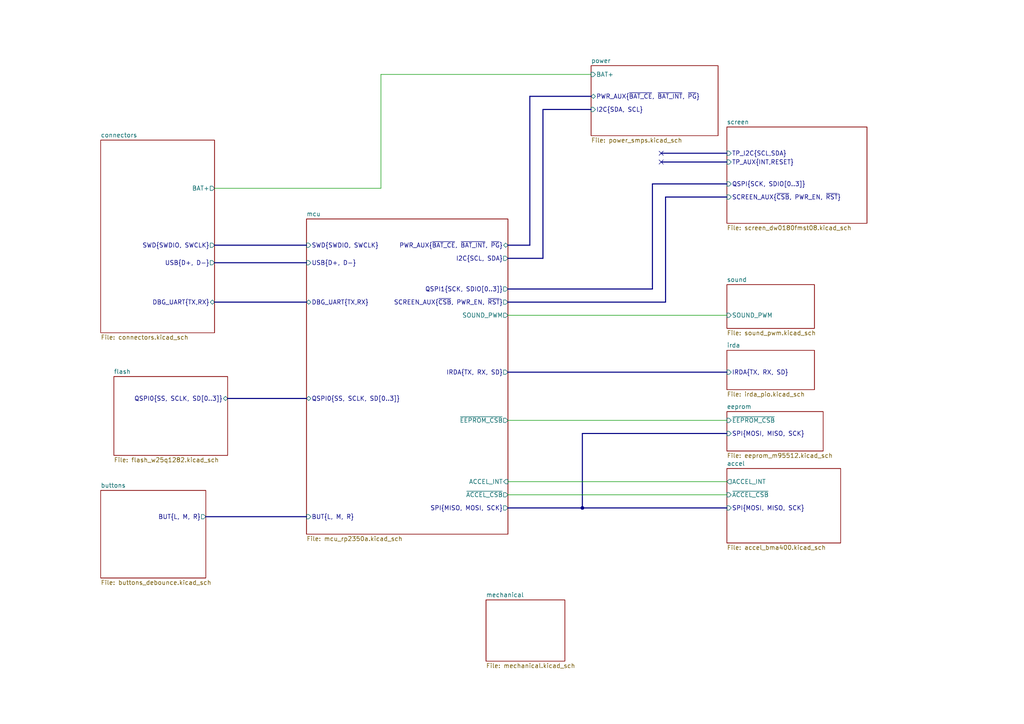
<source format=kicad_sch>
(kicad_sch
	(version 20250114)
	(generator "eeschema")
	(generator_version "9.0")
	(uuid "5cbb45d4-7f83-48dd-a53b-5c75c7d1d827")
	(paper "A4")
	(lib_symbols)
	(junction
		(at 168.91 147.32)
		(diameter 0)
		(color 0 0 0 0)
		(uuid "982476f2-6ce2-42a5-a2dd-6bc91a6943ae")
	)
	(no_connect
		(at 191.77 46.99)
		(uuid "376df94f-d3d7-4af8-8bd9-e66c03ae3c71")
	)
	(no_connect
		(at 191.77 44.45)
		(uuid "e7e50789-f55a-4ff6-a973-cf530371ff59")
	)
	(bus
		(pts
			(xy 157.48 31.75) (xy 171.45 31.75)
		)
		(stroke
			(width 0)
			(type default)
		)
		(uuid "09280a48-080a-466c-90c6-b4ed091ad38a")
	)
	(bus
		(pts
			(xy 191.77 46.99) (xy 210.82 46.99)
		)
		(stroke
			(width 0)
			(type default)
		)
		(uuid "0cf6bf2a-02d4-489a-8262-64215bde6390")
	)
	(wire
		(pts
			(xy 147.32 139.7) (xy 210.82 139.7)
		)
		(stroke
			(width 0)
			(type default)
		)
		(uuid "0db2b381-5670-4114-a6eb-c1955db3d31f")
	)
	(bus
		(pts
			(xy 168.91 147.32) (xy 210.82 147.32)
		)
		(stroke
			(width 0)
			(type default)
		)
		(uuid "0fb29f1b-e531-4b44-9a1b-e9c1164888e8")
	)
	(bus
		(pts
			(xy 147.32 87.63) (xy 193.04 87.63)
		)
		(stroke
			(width 0)
			(type default)
		)
		(uuid "15a679f1-a15c-4d36-b15c-e2a7957d8e21")
	)
	(wire
		(pts
			(xy 110.49 54.61) (xy 62.23 54.61)
		)
		(stroke
			(width 0)
			(type default)
		)
		(uuid "17fbecf5-d17d-4095-8d36-aed1f3d57179")
	)
	(wire
		(pts
			(xy 110.49 21.59) (xy 171.45 21.59)
		)
		(stroke
			(width 0)
			(type default)
		)
		(uuid "2bb0a332-65a3-4429-893e-156ea4392dfe")
	)
	(wire
		(pts
			(xy 147.32 91.44) (xy 210.82 91.44)
		)
		(stroke
			(width 0)
			(type default)
		)
		(uuid "2c94d991-0749-4207-8a35-b69ce952fe6e")
	)
	(bus
		(pts
			(xy 62.23 76.2) (xy 88.9 76.2)
		)
		(stroke
			(width 0)
			(type default)
		)
		(uuid "34433077-9588-43ba-821f-dca39dc532ea")
	)
	(bus
		(pts
			(xy 59.69 149.86) (xy 88.9 149.86)
		)
		(stroke
			(width 0)
			(type default)
		)
		(uuid "346f740b-4818-45c7-bee4-7ec6c92e56e6")
	)
	(wire
		(pts
			(xy 147.32 121.92) (xy 210.82 121.92)
		)
		(stroke
			(width 0)
			(type default)
		)
		(uuid "3912ffbe-28c1-4243-8ec8-ba989a5a11c9")
	)
	(bus
		(pts
			(xy 147.32 71.12) (xy 153.67 71.12)
		)
		(stroke
			(width 0)
			(type default)
		)
		(uuid "41c36ba1-067d-4a73-9267-ba6c39cf938e")
	)
	(bus
		(pts
			(xy 153.67 71.12) (xy 153.67 27.94)
		)
		(stroke
			(width 0)
			(type default)
		)
		(uuid "63b920e8-6c1c-4a31-b476-6311d9789159")
	)
	(bus
		(pts
			(xy 193.04 57.15) (xy 210.82 57.15)
		)
		(stroke
			(width 0)
			(type default)
		)
		(uuid "78d79a33-55fd-4ebd-810e-7266385ce532")
	)
	(bus
		(pts
			(xy 147.32 83.82) (xy 189.23 83.82)
		)
		(stroke
			(width 0)
			(type default)
		)
		(uuid "7c6c8d39-0533-44ea-ac26-45d3d3107cbb")
	)
	(wire
		(pts
			(xy 147.32 143.51) (xy 210.82 143.51)
		)
		(stroke
			(width 0)
			(type default)
		)
		(uuid "848b4238-f10b-470d-83e2-0809023188af")
	)
	(wire
		(pts
			(xy 110.49 21.59) (xy 110.49 54.61)
		)
		(stroke
			(width 0)
			(type default)
		)
		(uuid "8902680c-2d0d-43c3-9e58-3a3fde65bb2e")
	)
	(bus
		(pts
			(xy 193.04 87.63) (xy 193.04 57.15)
		)
		(stroke
			(width 0)
			(type default)
		)
		(uuid "8e02aeee-7082-4009-aebe-d0bf4743b4de")
	)
	(bus
		(pts
			(xy 147.32 147.32) (xy 168.91 147.32)
		)
		(stroke
			(width 0)
			(type default)
		)
		(uuid "9393c659-a99b-4b8a-b0c7-d22ea2f95cff")
	)
	(bus
		(pts
			(xy 62.23 87.63) (xy 88.9 87.63)
		)
		(stroke
			(width 0)
			(type default)
		)
		(uuid "a03cdfe0-08b4-440e-ae43-30e75a07780c")
	)
	(bus
		(pts
			(xy 191.77 44.45) (xy 210.82 44.45)
		)
		(stroke
			(width 0)
			(type default)
		)
		(uuid "a5f37c63-16b6-49d9-a10b-0c6e2d9376cb")
	)
	(bus
		(pts
			(xy 153.67 27.94) (xy 171.45 27.94)
		)
		(stroke
			(width 0)
			(type default)
		)
		(uuid "a62b0186-a05e-41f4-ac80-b395602dd2a8")
	)
	(bus
		(pts
			(xy 147.32 74.93) (xy 157.48 74.93)
		)
		(stroke
			(width 0)
			(type default)
		)
		(uuid "aac281dd-9a94-499f-939c-879a17a96f83")
	)
	(bus
		(pts
			(xy 189.23 53.34) (xy 210.82 53.34)
		)
		(stroke
			(width 0)
			(type default)
		)
		(uuid "b1333452-b7e8-44ed-86af-0d2a4cab5c7c")
	)
	(bus
		(pts
			(xy 168.91 125.73) (xy 210.82 125.73)
		)
		(stroke
			(width 0)
			(type default)
		)
		(uuid "b3077944-a9c2-452b-8d07-5cfe18013468")
	)
	(bus
		(pts
			(xy 62.23 71.12) (xy 88.9 71.12)
		)
		(stroke
			(width 0)
			(type default)
		)
		(uuid "b9f5764d-415e-482a-bd51-71ecf673f544")
	)
	(bus
		(pts
			(xy 189.23 83.82) (xy 189.23 53.34)
		)
		(stroke
			(width 0)
			(type default)
		)
		(uuid "d44ae39d-4575-4c87-a0b0-b6b872f4fac7")
	)
	(bus
		(pts
			(xy 157.48 31.75) (xy 157.48 74.93)
		)
		(stroke
			(width 0)
			(type default)
		)
		(uuid "d73a3a63-1fc6-4697-927a-4cb1e51a61a5")
	)
	(bus
		(pts
			(xy 66.04 115.57) (xy 88.9 115.57)
		)
		(stroke
			(width 0)
			(type default)
		)
		(uuid "e535244a-45d5-4ff5-b131-759510d39f77")
	)
	(bus
		(pts
			(xy 168.91 147.32) (xy 168.91 125.73)
		)
		(stroke
			(width 0)
			(type default)
		)
		(uuid "e79b4bf7-7391-4645-a5b5-8c694303b12c")
	)
	(bus
		(pts
			(xy 147.32 107.95) (xy 210.82 107.95)
		)
		(stroke
			(width 0)
			(type default)
		)
		(uuid "f993147b-65bf-4a21-97d6-0e87008e689c")
	)
	(sheet
		(at 29.21 142.24)
		(size 30.48 25.4)
		(exclude_from_sim no)
		(in_bom yes)
		(on_board yes)
		(dnp no)
		(fields_autoplaced yes)
		(stroke
			(width 0.1524)
			(type solid)
		)
		(fill
			(color 0 0 0 0.0000)
		)
		(uuid "0c6e2854-4319-446d-af5f-51ea12edf0fc")
		(property "Sheetname" "buttons"
			(at 29.21 141.5284 0)
			(effects
				(font
					(size 1.27 1.27)
				)
				(justify left bottom)
			)
		)
		(property "Sheetfile" "buttons_debounce.kicad_sch"
			(at 29.21 168.2246 0)
			(effects
				(font
					(size 1.27 1.27)
				)
				(justify left top)
			)
		)
		(pin "BUT{L, M, R}" output
			(at 59.69 149.86 0)
			(uuid "a747acd1-ec7a-427b-b6b1-74a0ef5f0298")
			(effects
				(font
					(size 1.27 1.27)
				)
				(justify right)
			)
		)
		(instances
			(project "v0.3"
				(path "/5cbb45d4-7f83-48dd-a53b-5c75c7d1d827"
					(page "11")
				)
			)
		)
	)
	(sheet
		(at 210.82 82.55)
		(size 25.4 12.7)
		(exclude_from_sim no)
		(in_bom yes)
		(on_board yes)
		(dnp no)
		(fields_autoplaced yes)
		(stroke
			(width 0.1524)
			(type solid)
		)
		(fill
			(color 0 0 0 0.0000)
		)
		(uuid "375de3b7-f101-4c02-86e1-c1b4b97df7df")
		(property "Sheetname" "sound"
			(at 210.82 81.8384 0)
			(effects
				(font
					(size 1.27 1.27)
				)
				(justify left bottom)
			)
		)
		(property "Sheetfile" "sound_pwm.kicad_sch"
			(at 210.82 95.8346 0)
			(effects
				(font
					(size 1.27 1.27)
				)
				(justify left top)
			)
		)
		(pin "SOUND_PWM" input
			(at 210.82 91.44 180)
			(uuid "deccd47e-70fa-430c-a353-7ef041965c08")
			(effects
				(font
					(size 1.27 1.27)
				)
				(justify left)
			)
		)
		(instances
			(project "v0.3"
				(path "/5cbb45d4-7f83-48dd-a53b-5c75c7d1d827"
					(page "9")
				)
			)
		)
	)
	(sheet
		(at 88.9 63.5)
		(size 58.42 91.44)
		(exclude_from_sim no)
		(in_bom yes)
		(on_board yes)
		(dnp no)
		(fields_autoplaced yes)
		(stroke
			(width 0.1524)
			(type solid)
		)
		(fill
			(color 0 0 0 0.0000)
		)
		(uuid "43898cce-4488-4636-8fe4-d95251b1544a")
		(property "Sheetname" "mcu"
			(at 88.9 62.7884 0)
			(effects
				(font
					(size 1.27 1.27)
				)
				(justify left bottom)
			)
		)
		(property "Sheetfile" "mcu_rp2350a.kicad_sch"
			(at 88.9 155.5246 0)
			(effects
				(font
					(size 1.27 1.27)
				)
				(justify left top)
			)
		)
		(pin "SWD{SWDIO, SWCLK}" input
			(at 88.9 71.12 180)
			(uuid "85593640-91fb-4481-b800-589c8f1b48c2")
			(effects
				(font
					(size 1.27 1.27)
				)
				(justify left)
			)
		)
		(pin "IRDA{TX, RX, SD}" output
			(at 147.32 107.95 0)
			(uuid "9a500e26-9aa7-48d8-ab74-2c56bb45c9d0")
			(effects
				(font
					(size 1.27 1.27)
				)
				(justify right)
			)
		)
		(pin "SCREEN_AUX{~{CSB}, PWR_EN, ~{RST}}" output
			(at 147.32 87.63 0)
			(uuid "6aa65a14-e209-4cd4-afe4-f08bcf1c9831")
			(effects
				(font
					(size 1.27 1.27)
				)
				(justify right)
			)
		)
		(pin "~{EEPROM_CSB}" output
			(at 147.32 121.92 0)
			(uuid "cafb1125-4331-4f24-a45f-a24302c39bba")
			(effects
				(font
					(size 1.27 1.27)
				)
				(justify right)
			)
		)
		(pin "ACCEL_INT" input
			(at 147.32 139.7 0)
			(uuid "c308ff8f-fa68-471e-a1ac-1c168cd2f165")
			(effects
				(font
					(size 1.27 1.27)
				)
				(justify right)
			)
		)
		(pin "~{ACCEL_CSB}" output
			(at 147.32 143.51 0)
			(uuid "a85ec971-baab-4424-82e8-27c9982a20dd")
			(effects
				(font
					(size 1.27 1.27)
				)
				(justify right)
			)
		)
		(pin "PWR_AUX{~{BAT_CE}, ~{BAT_INT}, ~{PG}}" bidirectional
			(at 147.32 71.12 0)
			(uuid "1eb3d7f8-22e9-4524-a2d9-255e78c28082")
			(effects
				(font
					(size 1.27 1.27)
				)
				(justify right)
			)
		)
		(pin "SPI{MISO, MOSI, SCK}" output
			(at 147.32 147.32 0)
			(uuid "908928f4-e58a-4e24-b05e-d6f90a8f4958")
			(effects
				(font
					(size 1.27 1.27)
				)
				(justify right)
			)
		)
		(pin "I2C{SCL, SDA}" output
			(at 147.32 74.93 0)
			(uuid "741ad795-b50f-4493-af26-c4de52550709")
			(effects
				(font
					(size 1.27 1.27)
				)
				(justify right)
			)
		)
		(pin "BUT{L, M, R}" input
			(at 88.9 149.86 180)
			(uuid "474e5f2e-e251-4564-badd-77407a0b5451")
			(effects
				(font
					(size 1.27 1.27)
				)
				(justify left)
			)
		)
		(pin "QSPI1{SCK, SDIO[0..3]}" output
			(at 147.32 83.82 0)
			(uuid "76e3ea1b-97e4-4289-bb1d-ffa4a775d25d")
			(effects
				(font
					(size 1.27 1.27)
				)
				(justify right)
			)
		)
		(pin "DBG_UART{TX,RX}" bidirectional
			(at 88.9 87.63 180)
			(uuid "246b43a7-a3d2-427b-96c7-f1f8647b41c9")
			(effects
				(font
					(size 1.27 1.27)
				)
				(justify left)
			)
		)
		(pin "SOUND_PWM" output
			(at 147.32 91.44 0)
			(uuid "33e28afc-49a2-40ef-a79b-b3b189acdb5b")
			(effects
				(font
					(size 1.27 1.27)
				)
				(justify right)
			)
		)
		(pin "QSPI0{SS, SCLK, SD[0..3]}" bidirectional
			(at 88.9 115.57 180)
			(uuid "93bb4823-7322-4c6f-9bd8-cdc2c82a71b5")
			(effects
				(font
					(size 1.27 1.27)
				)
				(justify left)
			)
		)
		(pin "USB{D+, D-}" input
			(at 88.9 76.2 180)
			(uuid "98901571-15cf-4e9c-8057-174525c9f5f1")
			(effects
				(font
					(size 1.27 1.27)
				)
				(justify left)
			)
		)
		(instances
			(project "v0.3"
				(path "/5cbb45d4-7f83-48dd-a53b-5c75c7d1d827"
					(page "4")
				)
			)
		)
	)
	(sheet
		(at 140.97 173.99)
		(size 22.86 17.78)
		(exclude_from_sim no)
		(in_bom yes)
		(on_board yes)
		(dnp no)
		(fields_autoplaced yes)
		(stroke
			(width 0.1524)
			(type solid)
		)
		(fill
			(color 0 0 0 0.0000)
		)
		(uuid "67d4a0f3-4e69-421f-9ad6-892250f9dcf5")
		(property "Sheetname" "mechanical"
			(at 140.97 173.2784 0)
			(effects
				(font
					(size 1.27 1.27)
				)
				(justify left bottom)
			)
		)
		(property "Sheetfile" "mechanical.kicad_sch"
			(at 140.97 192.3546 0)
			(effects
				(font
					(size 1.27 1.27)
				)
				(justify left top)
			)
		)
		(instances
			(project "v0.3"
				(path "/5cbb45d4-7f83-48dd-a53b-5c75c7d1d827"
					(page "10")
				)
			)
		)
	)
	(sheet
		(at 210.82 119.38)
		(size 27.94 11.43)
		(exclude_from_sim no)
		(in_bom yes)
		(on_board yes)
		(dnp no)
		(fields_autoplaced yes)
		(stroke
			(width 0.1524)
			(type solid)
		)
		(fill
			(color 0 0 0 0.0000)
		)
		(uuid "9111d733-478b-42e1-91b4-54aa10bab058")
		(property "Sheetname" "eeprom"
			(at 210.82 118.6684 0)
			(effects
				(font
					(size 1.27 1.27)
				)
				(justify left bottom)
			)
		)
		(property "Sheetfile" "eeprom_m95512.kicad_sch"
			(at 210.82 131.3946 0)
			(effects
				(font
					(size 1.27 1.27)
				)
				(justify left top)
			)
		)
		(pin "~{EEPROM_CSB}" input
			(at 210.82 121.92 180)
			(uuid "422cce61-8abe-4ab2-ac88-af415eb59ae3")
			(effects
				(font
					(size 1.27 1.27)
				)
				(justify left)
			)
		)
		(pin "SPI{MOSI, MISO, SCK}" input
			(at 210.82 125.73 180)
			(uuid "78b155a2-9b5d-440d-b54f-f5b33453d47d")
			(effects
				(font
					(size 1.27 1.27)
				)
				(justify left)
			)
		)
		(instances
			(project "v0.3"
				(path "/5cbb45d4-7f83-48dd-a53b-5c75c7d1d827"
					(page "5")
				)
			)
		)
	)
	(sheet
		(at 29.21 40.64)
		(size 33.02 55.88)
		(exclude_from_sim no)
		(in_bom yes)
		(on_board yes)
		(dnp no)
		(fields_autoplaced yes)
		(stroke
			(width 0.1524)
			(type solid)
		)
		(fill
			(color 0 0 0 0.0000)
		)
		(uuid "a0109155-cd66-4000-9716-f8f6190d36bf")
		(property "Sheetname" "connectors"
			(at 29.21 39.9284 0)
			(effects
				(font
					(size 1.27 1.27)
				)
				(justify left bottom)
			)
		)
		(property "Sheetfile" "connectors.kicad_sch"
			(at 29.21 97.1046 0)
			(effects
				(font
					(size 1.27 1.27)
				)
				(justify left top)
			)
		)
		(pin "SWD{SWDIO, SWCLK}" output
			(at 62.23 71.12 0)
			(uuid "fb74c090-8ef1-4f38-88c4-7352df266ae2")
			(effects
				(font
					(size 1.27 1.27)
				)
				(justify right)
			)
		)
		(pin "BAT+" output
			(at 62.23 54.61 0)
			(uuid "2db49790-6cc5-4b7b-9d42-cf843b7e9398")
			(effects
				(font
					(size 1.27 1.27)
				)
				(justify right)
			)
		)
		(pin "USB{D+, D-}" output
			(at 62.23 76.2 0)
			(uuid "13b1e141-f4b2-4277-8009-938f12838953")
			(effects
				(font
					(size 1.27 1.27)
				)
				(justify right)
			)
		)
		(pin "DBG_UART{TX,RX}" bidirectional
			(at 62.23 87.63 0)
			(uuid "32494b9a-2fe0-44cb-b2b6-e4323c128b09")
			(effects
				(font
					(size 1.27 1.27)
				)
				(justify right)
			)
		)
		(instances
			(project "v0.3"
				(path "/5cbb45d4-7f83-48dd-a53b-5c75c7d1d827"
					(page "8")
				)
			)
		)
	)
	(sheet
		(at 210.82 36.83)
		(size 40.64 27.94)
		(exclude_from_sim no)
		(in_bom yes)
		(on_board yes)
		(dnp no)
		(fields_autoplaced yes)
		(stroke
			(width 0.1524)
			(type solid)
		)
		(fill
			(color 0 0 0 0.0000)
		)
		(uuid "acc6b550-0215-4302-88ee-d8cdb26529cb")
		(property "Sheetname" "screen"
			(at 210.82 36.1184 0)
			(effects
				(font
					(size 1.27 1.27)
				)
				(justify left bottom)
			)
		)
		(property "Sheetfile" "screen_dw0180fmst08.kicad_sch"
			(at 210.82 65.3546 0)
			(effects
				(font
					(size 1.27 1.27)
				)
				(justify left top)
			)
		)
		(pin "QSPI{SCK, SDIO[0..3]}" input
			(at 210.82 53.34 180)
			(uuid "60806fd4-2d4a-40c5-b22b-f595b9ca5fd4")
			(effects
				(font
					(size 1.27 1.27)
				)
				(justify left)
			)
		)
		(pin "SCREEN_AUX{~{CSB}, PWR_EN, ~{RST}}" input
			(at 210.82 57.15 180)
			(uuid "e178fc10-22fe-4650-bab2-69b28706e4e4")
			(effects
				(font
					(size 1.27 1.27)
				)
				(justify left)
			)
		)
		(pin "TP_I2C{SCL,SDA}" input
			(at 210.82 44.45 180)
			(uuid "8d7bcb5f-89f5-4684-8ee8-aa1aff1b4aff")
			(effects
				(font
					(size 1.27 1.27)
				)
				(justify left)
			)
		)
		(pin "TP_AUX{INT,RESET}" input
			(at 210.82 46.99 180)
			(uuid "1ab5e363-5b88-4430-a6a1-c441b1bc307e")
			(effects
				(font
					(size 1.27 1.27)
				)
				(justify left)
			)
		)
		(instances
			(project "v0.3"
				(path "/5cbb45d4-7f83-48dd-a53b-5c75c7d1d827"
					(page "3")
				)
			)
		)
	)
	(sheet
		(at 33.02 109.22)
		(size 33.02 22.86)
		(exclude_from_sim no)
		(in_bom yes)
		(on_board yes)
		(dnp no)
		(fields_autoplaced yes)
		(stroke
			(width 0.1524)
			(type solid)
		)
		(fill
			(color 0 0 0 0.0000)
		)
		(uuid "d61d67cb-51a7-4693-85fc-ed7a034bf235")
		(property "Sheetname" "flash"
			(at 33.02 108.5084 0)
			(effects
				(font
					(size 1.27 1.27)
				)
				(justify left bottom)
			)
		)
		(property "Sheetfile" "flash_w25q1282.kicad_sch"
			(at 33.02 132.6646 0)
			(effects
				(font
					(size 1.27 1.27)
				)
				(justify left top)
			)
		)
		(pin "QSPI0{SS, SCLK, SD[0..3]}" bidirectional
			(at 66.04 115.57 0)
			(uuid "3ae60813-153e-40ee-9565-864d69415770")
			(effects
				(font
					(size 1.27 1.27)
				)
				(justify right)
			)
		)
		(instances
			(project "v0.3"
				(path "/5cbb45d4-7f83-48dd-a53b-5c75c7d1d827"
					(page "12")
				)
			)
		)
	)
	(sheet
		(at 210.82 101.6)
		(size 25.4 11.43)
		(exclude_from_sim no)
		(in_bom yes)
		(on_board yes)
		(dnp no)
		(fields_autoplaced yes)
		(stroke
			(width 0.1524)
			(type solid)
		)
		(fill
			(color 0 0 0 0.0000)
		)
		(uuid "df45514b-d4ed-4c25-a24b-be9fe783d7b6")
		(property "Sheetname" "irda"
			(at 210.82 100.8884 0)
			(effects
				(font
					(size 1.27 1.27)
				)
				(justify left bottom)
			)
		)
		(property "Sheetfile" "irda_pio.kicad_sch"
			(at 210.82 113.6146 0)
			(effects
				(font
					(size 1.27 1.27)
				)
				(justify left top)
			)
		)
		(pin "IRDA{TX, RX, SD}" input
			(at 210.82 107.95 180)
			(uuid "6d47575c-fc28-4511-b769-e03445f42761")
			(effects
				(font
					(size 1.27 1.27)
				)
				(justify left)
			)
		)
		(instances
			(project "v0.3"
				(path "/5cbb45d4-7f83-48dd-a53b-5c75c7d1d827"
					(page "6")
				)
			)
		)
	)
	(sheet
		(at 171.45 19.05)
		(size 36.83 20.32)
		(exclude_from_sim no)
		(in_bom yes)
		(on_board yes)
		(dnp no)
		(fields_autoplaced yes)
		(stroke
			(width 0.1524)
			(type solid)
		)
		(fill
			(color 0 0 0 0.0000)
		)
		(uuid "e9800bf9-b30f-4ca1-94ae-2aa68cc9dec4")
		(property "Sheetname" "power"
			(at 171.45 18.3384 0)
			(effects
				(font
					(size 1.27 1.27)
				)
				(justify left bottom)
			)
		)
		(property "Sheetfile" "power_smps.kicad_sch"
			(at 171.45 39.9546 0)
			(effects
				(font
					(size 1.27 1.27)
				)
				(justify left top)
			)
		)
		(pin "BAT+" input
			(at 171.45 21.59 180)
			(uuid "189ab4b9-1b69-4fdd-b0b3-8fc29cdf021d")
			(effects
				(font
					(size 1.27 1.27)
				)
				(justify left)
			)
		)
		(pin "PWR_AUX{~{BAT_CE}, ~{BAT_INT}, ~{PG}}" bidirectional
			(at 171.45 27.94 180)
			(uuid "47fbd27c-ef97-4368-a52c-f48ea90354d5")
			(effects
				(font
					(size 1.27 1.27)
				)
				(justify left)
			)
		)
		(pin "I2C{SDA, SCL}" input
			(at 171.45 31.75 180)
			(uuid "ef7e4b70-3095-4045-8633-3d3e917d134f")
			(effects
				(font
					(size 1.27 1.27)
				)
				(justify left)
			)
		)
		(instances
			(project "v0.3"
				(path "/5cbb45d4-7f83-48dd-a53b-5c75c7d1d827"
					(page "7")
				)
			)
		)
	)
	(sheet
		(at 210.82 135.89)
		(size 33.02 21.59)
		(exclude_from_sim no)
		(in_bom yes)
		(on_board yes)
		(dnp no)
		(fields_autoplaced yes)
		(stroke
			(width 0.1524)
			(type solid)
		)
		(fill
			(color 0 0 0 0.0000)
		)
		(uuid "ffe530de-e393-4ac8-a471-7661cdea5c19")
		(property "Sheetname" "accel"
			(at 210.82 135.1784 0)
			(effects
				(font
					(size 1.27 1.27)
				)
				(justify left bottom)
			)
		)
		(property "Sheetfile" "accel_bma400.kicad_sch"
			(at 210.82 158.0646 0)
			(effects
				(font
					(size 1.27 1.27)
				)
				(justify left top)
			)
		)
		(pin "ACCEL_INT" output
			(at 210.82 139.7 180)
			(uuid "c56567fe-ed28-41fc-9689-932511762840")
			(effects
				(font
					(size 1.27 1.27)
				)
				(justify left)
			)
		)
		(pin "~{ACCEL_CSB}" input
			(at 210.82 143.51 180)
			(uuid "54c7b275-a830-4025-a8d2-4970bf2b6430")
			(effects
				(font
					(size 1.27 1.27)
				)
				(justify left)
			)
		)
		(pin "SPI{MOSI, MISO, SCK}" input
			(at 210.82 147.32 180)
			(uuid "584f7cbb-e1d0-4c19-8362-606e78668819")
			(effects
				(font
					(size 1.27 1.27)
				)
				(justify left)
			)
		)
		(instances
			(project "v0.3"
				(path "/5cbb45d4-7f83-48dd-a53b-5c75c7d1d827"
					(page "2")
				)
			)
		)
	)
	(sheet_instances
		(path "/"
			(page "1")
		)
	)
	(embedded_fonts no)
)

</source>
